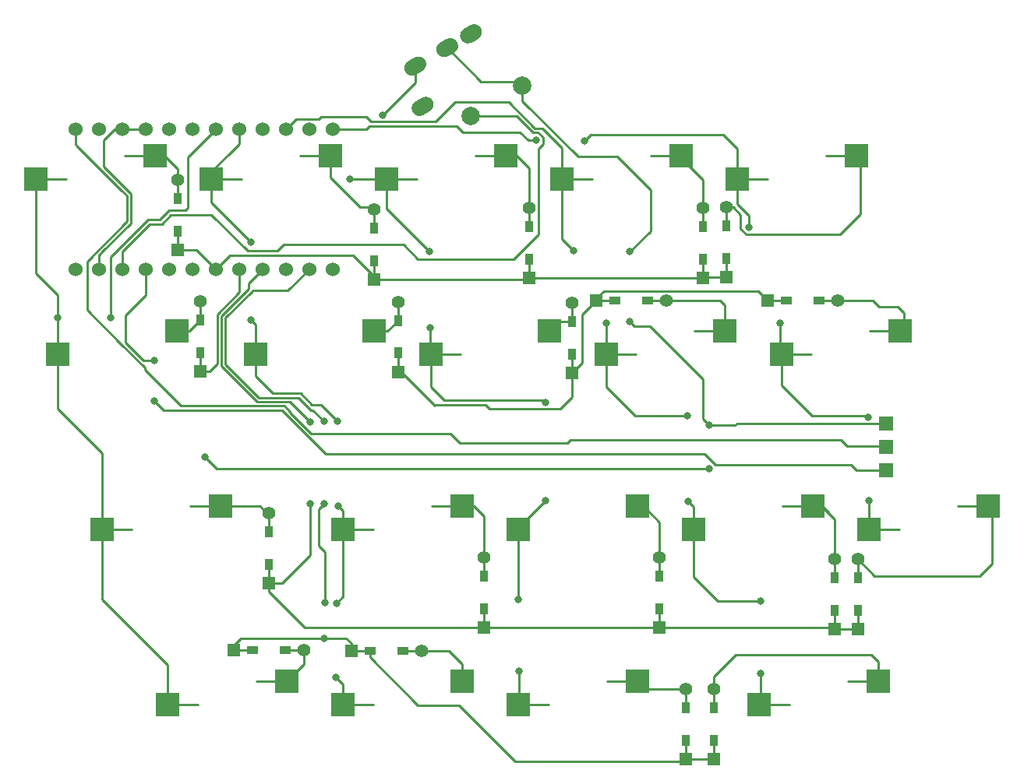
<source format=gbr>
G04 #@! TF.GenerationSoftware,KiCad,Pcbnew,(5.1.6-0-10_14)*
G04 #@! TF.CreationDate,2022-05-16T21:02:00+09:00*
G04 #@! TF.ProjectId,cool936,636f6f6c-3933-4362-9e6b-696361645f70,rev?*
G04 #@! TF.SameCoordinates,Original*
G04 #@! TF.FileFunction,Copper,L2,Bot*
G04 #@! TF.FilePolarity,Positive*
%FSLAX46Y46*%
G04 Gerber Fmt 4.6, Leading zero omitted, Abs format (unit mm)*
G04 Created by KiCad (PCBNEW (5.1.6-0-10_14)) date 2022-05-16 21:02:00*
%MOMM*%
%LPD*%
G01*
G04 APERTURE LIST*
G04 #@! TA.AperFunction,SMDPad,CuDef*
%ADD10R,2.550000X2.500000*%
G04 #@! TD*
G04 #@! TA.AperFunction,SMDPad,CuDef*
%ADD11R,1.524000X1.524000*%
G04 #@! TD*
G04 #@! TA.AperFunction,ComponentPad*
%ADD12C,1.397000*%
G04 #@! TD*
G04 #@! TA.AperFunction,ComponentPad*
%ADD13R,1.397000X1.397000*%
G04 #@! TD*
G04 #@! TA.AperFunction,SMDPad,CuDef*
%ADD14R,0.950000X1.300000*%
G04 #@! TD*
G04 #@! TA.AperFunction,SMDPad,CuDef*
%ADD15R,1.300000X0.950000*%
G04 #@! TD*
G04 #@! TA.AperFunction,ComponentPad*
%ADD16C,1.524000*%
G04 #@! TD*
G04 #@! TA.AperFunction,ComponentPad*
%ADD17C,2.000000*%
G04 #@! TD*
G04 #@! TA.AperFunction,ViaPad*
%ADD18C,0.800000*%
G04 #@! TD*
G04 #@! TA.AperFunction,Conductor*
%ADD19C,0.250000*%
G04 #@! TD*
G04 APERTURE END LIST*
D10*
X23871000Y-16510000D03*
X36798000Y-13970000D03*
X28634000Y-35560000D03*
X41561000Y-33020000D03*
X102452500Y-16510000D03*
X115379500Y-13970000D03*
X100071500Y-54610000D03*
X112998500Y-52070000D03*
X54827500Y-54610000D03*
X67754500Y-52070000D03*
X64352500Y-16510000D03*
X77279500Y-13970000D03*
X83402500Y-16510000D03*
X96329500Y-13970000D03*
X35777500Y-54610000D03*
X48704500Y-52070000D03*
X111977500Y-35560000D03*
X124904500Y-33020000D03*
X54827500Y-35560000D03*
X67754500Y-33020000D03*
X73877500Y-54610000D03*
X86804500Y-52070000D03*
X73877500Y-35560000D03*
X86804500Y-33020000D03*
X92927500Y-35560000D03*
X105854500Y-33020000D03*
X40540000Y2540000D03*
X53467000Y5080000D03*
X59590000Y2540000D03*
X72517000Y5080000D03*
X78640000Y2540000D03*
X91567000Y5080000D03*
X97690000Y2540000D03*
X110617000Y5080000D03*
X45302500Y-16510000D03*
X58229500Y-13970000D03*
D11*
X113790000Y-23990000D03*
X113790000Y-26530000D03*
X113790000Y-29070000D03*
D12*
X39350000Y-10710000D03*
D13*
X39350000Y-18330000D03*
D14*
X39350000Y-16295000D03*
X39350000Y-12745000D03*
D12*
X46790000Y-33730000D03*
D13*
X46790000Y-41350000D03*
D14*
X46790000Y-39315000D03*
X46790000Y-35765000D03*
D12*
X95100000Y-52870000D03*
D13*
X95100000Y-60490000D03*
D14*
X95100000Y-58455000D03*
X95100000Y-54905000D03*
D12*
X92090000Y-52870000D03*
D13*
X92090000Y-60490000D03*
D14*
X92090000Y-58455000D03*
X92090000Y-54905000D03*
D12*
X89230000Y-38610000D03*
D13*
X89230000Y-46230000D03*
D14*
X89230000Y-44195000D03*
X89230000Y-40645000D03*
D12*
X108220000Y-38760000D03*
D13*
X108220000Y-46380000D03*
D14*
X108220000Y-44345000D03*
X108220000Y-40795000D03*
X110750000Y-40825000D03*
X110750000Y-44375000D03*
D13*
X110750000Y-46410000D03*
D12*
X110750000Y-38790000D03*
X50590000Y-48660000D03*
D13*
X42970000Y-48660000D03*
D15*
X45005000Y-48660000D03*
X48555000Y-48660000D03*
D12*
X63340000Y-48730000D03*
D13*
X55720000Y-48730000D03*
D15*
X57755000Y-48730000D03*
X61305000Y-48730000D03*
D12*
X36880000Y2470000D03*
D13*
X36880000Y-5150000D03*
D14*
X36880000Y-3115000D03*
X36880000Y435000D03*
D16*
X25772000Y7991400D03*
X28312000Y7991400D03*
X30852000Y7991400D03*
X33392000Y7991400D03*
X35932000Y7991400D03*
X38472000Y7991400D03*
X41012000Y7991400D03*
X43552000Y7991400D03*
X46092000Y7991400D03*
X48632000Y7991400D03*
X51172000Y7991400D03*
X53712000Y7991400D03*
X53712000Y-7228600D03*
X51172000Y-7228600D03*
X48632000Y-7228600D03*
X46092000Y-7228600D03*
X43552000Y-7228600D03*
X41012000Y-7228600D03*
X38472000Y-7228600D03*
X35932000Y-7228600D03*
X33392000Y-7228600D03*
X30852000Y-7228600D03*
X28312000Y-7228600D03*
X25772000Y-7228600D03*
G04 #@! TA.AperFunction,ComponentPad*
G36*
G01*
X69513526Y17822531D02*
X68820706Y17422531D01*
G75*
G02*
X67659584Y17733653I-425000J736122D01*
G01*
X67659584Y17733653D01*
G75*
G02*
X67970706Y18894775I736122J425000D01*
G01*
X68663526Y19294775D01*
G75*
G02*
X69824648Y18983653I425000J-736122D01*
G01*
X69824648Y18983653D01*
G75*
G02*
X69513526Y17822531I-736122J-425000D01*
G01*
G37*
G04 #@! TD.AperFunction*
G04 #@! TA.AperFunction,ComponentPad*
G36*
G01*
X66915450Y16322531D02*
X66222630Y15922531D01*
G75*
G02*
X65061508Y16233653I-425000J736122D01*
G01*
X65061508Y16233653D01*
G75*
G02*
X65372630Y17394775I736122J425000D01*
G01*
X66065450Y17794775D01*
G75*
G02*
X67226572Y17483653I425000J-736122D01*
G01*
X67226572Y17483653D01*
G75*
G02*
X66915450Y16322531I-736122J-425000D01*
G01*
G37*
G04 #@! TD.AperFunction*
G04 #@! TA.AperFunction,ComponentPad*
G36*
G01*
X63451348Y14322531D02*
X62758528Y13922531D01*
G75*
G02*
X61597406Y14233653I-425000J736122D01*
G01*
X61597406Y14233653D01*
G75*
G02*
X61908528Y15394775I736122J425000D01*
G01*
X62601348Y15794775D01*
G75*
G02*
X63762470Y15483653I425000J-736122D01*
G01*
X63762470Y15483653D01*
G75*
G02*
X63451348Y14322531I-736122J-425000D01*
G01*
G37*
G04 #@! TD.AperFunction*
G04 #@! TA.AperFunction,ComponentPad*
G36*
G01*
X64252310Y9935225D02*
X63559490Y9535225D01*
G75*
G02*
X62398368Y9846347I-425000J736122D01*
G01*
X62398368Y9846347D01*
G75*
G02*
X62709490Y11007469I736122J425000D01*
G01*
X63402310Y11407469D01*
G75*
G02*
X64563432Y11096347I425000J-736122D01*
G01*
X64563432Y11096347D01*
G75*
G02*
X64252310Y9935225I-736122J-425000D01*
G01*
G37*
G04 #@! TD.AperFunction*
D10*
X21490000Y2540000D03*
X34417000Y5080000D03*
D12*
X79720000Y-10920000D03*
D13*
X79720000Y-18540000D03*
D14*
X79720000Y-16505000D03*
X79720000Y-12955000D03*
D12*
X60810000Y-10770000D03*
D13*
X60810000Y-18390000D03*
D14*
X60810000Y-16355000D03*
X60810000Y-12805000D03*
D17*
X74324583Y12685000D03*
X68695417Y9435000D03*
D12*
X93900000Y-590000D03*
D13*
X93900000Y-8210000D03*
D14*
X93900000Y-6175000D03*
X93900000Y-2625000D03*
D12*
X89960000Y-10620000D03*
D13*
X82340000Y-10620000D03*
D15*
X84375000Y-10620000D03*
X87925000Y-10620000D03*
X106515000Y-10620000D03*
X102965000Y-10620000D03*
D13*
X100930000Y-10620000D03*
D12*
X108550000Y-10620000D03*
X70160000Y-38570000D03*
D13*
X70160000Y-46190000D03*
D14*
X70160000Y-44155000D03*
X70160000Y-40605000D03*
D12*
X58200000Y-700000D03*
D13*
X58200000Y-8320000D03*
D14*
X58200000Y-6285000D03*
X58200000Y-2735000D03*
D12*
X75040000Y-560000D03*
D13*
X75040000Y-8180000D03*
D14*
X75040000Y-6145000D03*
X75040000Y-2595000D03*
D12*
X96480000Y-500000D03*
D13*
X96480000Y-8120000D03*
D14*
X96480000Y-6085000D03*
X96480000Y-2535000D03*
D18*
X51270000Y-32720000D03*
X51230000Y-23860000D03*
X52870000Y-43480000D03*
X52820000Y-47370000D03*
X52790000Y-23800000D03*
X52790000Y-32720000D03*
X39810000Y-27680000D03*
X94640000Y-28970000D03*
X94640000Y-24170000D03*
X85960000Y-12940000D03*
X85960000Y-5340000D03*
X34320000Y-17200000D03*
X34320000Y-21550000D03*
X59140000Y9550000D03*
X29600000Y-12530000D03*
X23871000Y-12529000D03*
X54130000Y-43540000D03*
X54220000Y-23800000D03*
X54270000Y-32970000D03*
X44790000Y-4250000D03*
X44840000Y-12780000D03*
X54070000Y-51600000D03*
X76800000Y-21700000D03*
X76870000Y-32410000D03*
X64290000Y-13600000D03*
X64220000Y-5290000D03*
X55590000Y2540000D03*
X73960000Y-50910000D03*
X73900000Y-43150000D03*
X100240000Y-51190000D03*
X83420000Y-13130000D03*
X100240000Y-43320000D03*
X92300000Y-32490000D03*
X92240000Y-23210000D03*
X79900000Y-5250000D03*
X81040000Y6730000D03*
X75850000Y6760000D03*
X111920000Y-23310000D03*
X102290000Y-13110000D03*
X98950000Y-2670000D03*
X111940000Y-32410000D03*
D19*
X36880000Y2470000D02*
X36880000Y435000D01*
X36880000Y3633000D02*
X36195000Y4318000D01*
X34417000Y5080000D02*
X31115000Y5080000D01*
X34417000Y5080000D02*
X35433000Y5080000D01*
X34417000Y4693000D02*
X34417000Y5080000D01*
X36880000Y2230000D02*
X36880000Y195000D01*
X35433000Y5080000D02*
X36195000Y4318000D01*
X36880000Y2470000D02*
X36880000Y3633000D01*
X56640000Y-450000D02*
X57950000Y-450000D01*
X58200000Y-700000D02*
X58200000Y-2735000D01*
X56640000Y-450000D02*
X53467000Y2723000D01*
X53467000Y2723000D02*
X53467000Y5080000D01*
X50165000Y5080000D02*
X53467000Y5080000D01*
X58200000Y-700000D02*
X58200000Y-510000D01*
X57950000Y-450000D02*
X58200000Y-700000D01*
X75040000Y3750000D02*
X75040000Y-560000D01*
X75040000Y-560000D02*
X75040000Y-2595000D01*
X72517000Y5080000D02*
X73710000Y5080000D01*
X73710000Y5080000D02*
X75040000Y3750000D01*
X69215000Y5080000D02*
X72517000Y5080000D01*
X91567000Y4843000D02*
X91567000Y5080000D01*
X91567000Y5080000D02*
X88265000Y5080000D01*
X93900000Y-2625000D02*
X93900000Y-590000D01*
X93900000Y2510000D02*
X91567000Y4843000D01*
X93900000Y-590000D02*
X93900000Y2510000D01*
X111055001Y-1274999D02*
X111055001Y4641999D01*
X108850000Y-3480000D02*
X111055001Y-1274999D01*
X111055001Y4641999D02*
X110617000Y5080000D01*
X97200000Y-500000D02*
X98040000Y-1340000D01*
X107315000Y5080000D02*
X110617000Y5080000D01*
X98040000Y-2833002D02*
X98686998Y-3480000D01*
X96480000Y-500000D02*
X96480000Y-2535000D01*
X96480000Y-500000D02*
X97200000Y-500000D01*
X98040000Y-1340000D02*
X98040000Y-2833002D01*
X98686998Y-3480000D02*
X108850000Y-3480000D01*
X60810000Y-10770000D02*
X60810000Y-12805000D01*
X59645000Y-13970000D02*
X60810000Y-12805000D01*
X58229500Y-13970000D02*
X59645000Y-13970000D01*
X79720000Y-10920000D02*
X79720000Y-12955000D01*
X79720000Y-12955000D02*
X78294500Y-12955000D01*
X78294500Y-12955000D02*
X77279500Y-13970000D01*
X87925000Y-10620000D02*
X89960000Y-10620000D01*
X95830000Y-10620000D02*
X96329500Y-11119500D01*
X96329500Y-11119500D02*
X96329500Y-13970000D01*
X93027500Y-13970000D02*
X96329500Y-13970000D01*
X89960000Y-10620000D02*
X95830000Y-10620000D01*
X112077500Y-13970000D02*
X115379500Y-13970000D01*
X115810000Y-12000000D02*
X115810000Y-13539500D01*
X112380000Y-10620000D02*
X113050000Y-11290000D01*
X108550000Y-10620000D02*
X112380000Y-10620000D01*
X115100000Y-11290000D02*
X115810000Y-12000000D01*
X115810000Y-13539500D02*
X115379500Y-13970000D01*
X106515000Y-10620000D02*
X108550000Y-10620000D01*
X113050000Y-11290000D02*
X115100000Y-11290000D01*
X67754500Y-33020000D02*
X69080000Y-33020000D01*
X64452500Y-33020000D02*
X67754500Y-33020000D01*
X69080000Y-33020000D02*
X70160000Y-34100000D01*
X70160000Y-34100000D02*
X70160000Y-38570000D01*
X70160000Y-38570000D02*
X70160000Y-40605000D01*
X89230000Y-40645000D02*
X89230000Y-38610000D01*
X87480000Y-33020000D02*
X86804500Y-33020000D01*
X89230000Y-34770000D02*
X87480000Y-33020000D01*
X89230000Y-38610000D02*
X89230000Y-34770000D01*
X105854500Y-33020000D02*
X106870500Y-33020000D01*
X106870500Y-33020000D02*
X107632500Y-33782000D01*
X108220000Y-40795000D02*
X108220000Y-38760000D01*
X105854500Y-33020000D02*
X106800000Y-33020000D01*
X108220000Y-34440000D02*
X108220000Y-38760000D01*
X106800000Y-33020000D02*
X108220000Y-34440000D01*
X102552500Y-33020000D02*
X105854500Y-33020000D01*
X125342501Y-33458001D02*
X124904500Y-33020000D01*
X123990000Y-40610000D02*
X125342501Y-39257499D01*
X110750000Y-38790000D02*
X110750000Y-40825000D01*
X110750000Y-38790000D02*
X112570000Y-40610000D01*
X125342501Y-39257499D02*
X125342501Y-33458001D01*
X112570000Y-40610000D02*
X123990000Y-40610000D01*
X121602500Y-33020000D02*
X124904500Y-33020000D01*
X45402500Y-52070000D02*
X48704500Y-52070000D01*
X48555000Y-48660000D02*
X50590000Y-48660000D01*
X50590000Y-48660000D02*
X50590000Y-50184500D01*
X50590000Y-50184500D02*
X48704500Y-52070000D01*
X63340000Y-48730000D02*
X66320000Y-48730000D01*
X67754500Y-52070000D02*
X67754500Y-50164500D01*
X67754500Y-50164500D02*
X66320000Y-48730000D01*
X61305000Y-48730000D02*
X63340000Y-48730000D01*
X83502500Y-52070000D02*
X86804500Y-52070000D01*
X87604500Y-52870000D02*
X86804500Y-52070000D01*
X92090000Y-54905000D02*
X92090000Y-52870000D01*
X92090000Y-52870000D02*
X87604500Y-52870000D01*
X39350000Y-10710000D02*
X39350000Y-12745000D01*
X36798000Y-13970000D02*
X38125000Y-13970000D01*
X38125000Y-13970000D02*
X39350000Y-12745000D01*
X36798000Y-13970000D02*
X37790000Y-13970000D01*
X45830000Y-33020000D02*
X46540000Y-33730000D01*
X41561000Y-33020000D02*
X45830000Y-33020000D01*
X38259000Y-33020000D02*
X41561000Y-33020000D01*
X46540000Y-33730000D02*
X46790000Y-33730000D01*
X46790000Y-33730000D02*
X46790000Y-35765000D01*
X95100000Y-51570000D02*
X97480000Y-49190000D01*
X109696500Y-52070000D02*
X112998500Y-52070000D01*
X95100000Y-52870000D02*
X95100000Y-51570000D01*
X97480000Y-49190000D02*
X112240000Y-49190000D01*
X112998500Y-49948500D02*
X112998500Y-52070000D01*
X112240000Y-49190000D02*
X112998500Y-49948500D01*
X95100000Y-54905000D02*
X95100000Y-52870000D01*
X75040000Y-8180000D02*
X93660000Y-8180000D01*
X93900000Y-8210000D02*
X93900000Y-6175000D01*
X43390000Y-5740000D02*
X55940000Y-5740000D01*
X93900000Y-8210000D02*
X93690000Y-8210000D01*
X74900000Y-8320000D02*
X75040000Y-8180000D01*
X55940000Y-5740000D02*
X58200000Y-8000000D01*
X58200000Y-8000000D02*
X58200000Y-8320000D01*
X42500600Y-5740000D02*
X43020000Y-5740000D01*
X41092000Y-7758600D02*
X41092000Y-6852000D01*
X58200000Y-8320000D02*
X74900000Y-8320000D01*
X41012000Y-7228600D02*
X42500600Y-5740000D01*
X41092000Y-6852000D02*
X41108000Y-6852000D01*
X75040000Y-6145000D02*
X75040000Y-8180000D01*
X36880000Y-3355000D02*
X36880000Y-5390000D01*
X93690000Y-8210000D02*
X93660000Y-8180000D01*
X96480000Y-8120000D02*
X96480000Y-6085000D01*
X58200000Y-6285000D02*
X58200000Y-8320000D01*
X96480000Y-8120000D02*
X93990000Y-8120000D01*
X93990000Y-8120000D02*
X93900000Y-8210000D01*
X39741700Y-5958300D02*
X41012000Y-7228600D01*
X38933400Y-5150000D02*
X39741700Y-5958300D01*
X36880000Y-5150000D02*
X38933400Y-5150000D01*
X42870600Y-5740000D02*
X43020000Y-5740000D01*
X43020000Y-5740000D02*
X43390000Y-5740000D01*
X39173400Y-5390000D02*
X39741700Y-5958300D01*
X39350000Y-18330000D02*
X40300000Y-18330000D01*
X40300000Y-18330000D02*
X41160000Y-17470000D01*
X79720000Y-18490000D02*
X80827499Y-17382501D01*
X79720000Y-18540000D02*
X79720000Y-18490000D01*
X80827499Y-12132501D02*
X80827499Y-17382501D01*
X60810000Y-16355000D02*
X60810000Y-18390000D01*
X64086795Y-21323205D02*
X64791795Y-22028205D01*
X70351795Y-22028205D02*
X70748591Y-22425001D01*
X79720000Y-21140000D02*
X79720000Y-18540000D01*
X64791795Y-22028205D02*
X70351795Y-22028205D01*
X78434999Y-22425001D02*
X79720000Y-21140000D01*
X70748591Y-22425001D02*
X78434999Y-22425001D01*
X39350000Y-16295000D02*
X39350000Y-18330000D01*
X41160000Y-17470000D02*
X41160000Y-12134190D01*
X79720000Y-16505000D02*
X79720000Y-18540000D01*
X64086795Y-21326795D02*
X64790000Y-22030000D01*
X64086795Y-21323205D02*
X64086795Y-21326795D01*
X61153590Y-18390000D02*
X64086795Y-21323205D01*
X60810000Y-18390000D02*
X61153590Y-18390000D01*
X82340000Y-10620000D02*
X82340000Y-10410000D01*
X43552000Y-9742190D02*
X41160000Y-12134190D01*
X82340000Y-10410000D02*
X83153501Y-9596499D01*
X99906499Y-9596499D02*
X100930000Y-10620000D01*
X82340000Y-10620000D02*
X84375000Y-10620000D01*
X41160000Y-12134190D02*
X41160000Y-12630000D01*
X43552000Y-7228600D02*
X43552000Y-9742190D01*
X82340000Y-10620000D02*
X80827499Y-12132501D01*
X100930000Y-10620000D02*
X102965000Y-10620000D01*
X83153501Y-9596499D02*
X99906499Y-9596499D01*
X41610010Y-12320590D02*
X42925300Y-11005300D01*
X51230000Y-23860000D02*
X50810000Y-23440000D01*
X41610010Y-17782830D02*
X41610010Y-12320590D01*
X50810000Y-23440000D02*
X50810000Y-23420000D01*
X50810000Y-23420000D02*
X49044271Y-21654271D01*
X49044271Y-21654271D02*
X45481451Y-21654271D01*
X45481451Y-21654271D02*
X41610010Y-17782830D01*
X89230000Y-46230000D02*
X108070000Y-46230000D01*
X46790000Y-41350000D02*
X46790000Y-42320000D01*
X50660000Y-46190000D02*
X70160000Y-46190000D01*
X44537000Y-9393600D02*
X42925300Y-11005300D01*
X46092000Y-7228600D02*
X44537000Y-8783600D01*
X46790000Y-42320000D02*
X50660000Y-46190000D01*
X70160000Y-44155000D02*
X70160000Y-46190000D01*
X48220000Y-41350000D02*
X51270000Y-38300000D01*
X108220000Y-46380000D02*
X108220000Y-44345000D01*
X110750000Y-44375000D02*
X110750000Y-46410000D01*
X89190000Y-46190000D02*
X89230000Y-46230000D01*
X70160000Y-46190000D02*
X89190000Y-46190000D01*
X44537000Y-8783600D02*
X44537000Y-9393600D01*
X51270000Y-38300000D02*
X51270000Y-32720000D01*
X46790000Y-41350000D02*
X48220000Y-41350000D01*
X89230000Y-44195000D02*
X89230000Y-46230000D01*
X43325300Y-10605300D02*
X42925300Y-11005300D01*
X108070000Y-46230000D02*
X108220000Y-46380000D01*
X108250000Y-46410000D02*
X108220000Y-46380000D01*
X110750000Y-46410000D02*
X108250000Y-46410000D01*
X46790000Y-39315000D02*
X46790000Y-41350000D01*
X51540000Y-22550000D02*
X51373590Y-22550000D01*
X51373590Y-22550000D02*
X50027851Y-21204261D01*
X44601795Y-20138205D02*
X42060020Y-17596430D01*
X45071795Y-20608205D02*
X44601795Y-20138205D01*
X51540000Y-22550000D02*
X52790000Y-23800000D01*
X45667851Y-21204261D02*
X44601795Y-20138205D01*
X50027851Y-21204261D02*
X45667851Y-21204261D01*
X55190000Y-47370000D02*
X55720000Y-47900000D01*
X91840000Y-60740000D02*
X92090000Y-60490000D01*
X52190000Y-37320000D02*
X52870000Y-38000000D01*
X57755000Y-49455000D02*
X62970000Y-54670000D01*
X52820000Y-47370000D02*
X55190000Y-47370000D01*
X52870000Y-38000000D02*
X52870000Y-43480000D01*
X44987010Y-9612990D02*
X42060020Y-12539980D01*
X46270000Y-9580000D02*
X44987010Y-9580000D01*
X46430000Y-9580000D02*
X46270000Y-9580000D01*
X92090000Y-58455000D02*
X92090000Y-60490000D01*
X55720000Y-47900000D02*
X55720000Y-48730000D01*
X52190000Y-33320000D02*
X52190000Y-37320000D01*
X44852491Y-20388901D02*
X45071795Y-20608205D01*
X42060020Y-12539980D02*
X42060020Y-17219980D01*
X55720000Y-48730000D02*
X57755000Y-48730000D01*
X43720000Y-47370000D02*
X52820000Y-47370000D01*
X67440000Y-54670000D02*
X73510000Y-60740000D01*
X42970000Y-48660000D02*
X42970000Y-48120000D01*
X44987010Y-9580000D02*
X44987010Y-9612990D01*
X73510000Y-60740000D02*
X91840000Y-60740000D01*
X92090000Y-60490000D02*
X95100000Y-60490000D01*
X62970000Y-54670000D02*
X67440000Y-54670000D01*
X57755000Y-48730000D02*
X57755000Y-49455000D01*
X45005000Y-48660000D02*
X42970000Y-48660000D01*
X48820600Y-9580000D02*
X46270000Y-9580000D01*
X42060020Y-17596430D02*
X42060020Y-17219980D01*
X52790000Y-32720000D02*
X52190000Y-33320000D01*
X51172000Y-7228600D02*
X48820600Y-9580000D01*
X42970000Y-48120000D02*
X43720000Y-47370000D01*
X95100000Y-60490000D02*
X95100000Y-58455000D01*
X46650600Y-9580000D02*
X46430000Y-9580000D01*
X97450000Y-24190000D02*
X94660000Y-24190000D01*
X94660000Y-24190000D02*
X94640000Y-24170000D01*
X93950749Y-19209251D02*
X93950749Y-23480749D01*
X88200749Y-13459251D02*
X93950749Y-19209251D01*
X93950749Y-23480749D02*
X94640000Y-24170000D01*
X28789999Y3959999D02*
X28789999Y6769999D01*
X31810000Y943998D02*
X28793999Y3959999D01*
X31810000Y-2220000D02*
X31810000Y943998D01*
X28690000Y-5340000D02*
X31810000Y-2220000D01*
X28793999Y3959999D02*
X28789999Y3959999D01*
X28789999Y6769999D02*
X30011400Y7991400D01*
X30011400Y7991400D02*
X30852000Y7991400D01*
X30852000Y7991400D02*
X33392000Y7991400D01*
X28392000Y-5638000D02*
X28690000Y-5340000D01*
X28312000Y-5718000D02*
X28690000Y-5340000D01*
X28312000Y-7228600D02*
X28312000Y-5718000D01*
X30295398Y7701400D02*
X30932000Y7701400D01*
X88230000Y-3070000D02*
X85960000Y-5340000D01*
X88230000Y1370000D02*
X88230000Y-3070000D01*
X69832693Y13170000D02*
X73839583Y13170000D01*
X80350000Y4990000D02*
X84610000Y4990000D01*
X66144040Y16858653D02*
X69832693Y13170000D01*
X86479251Y-13459251D02*
X85960000Y-12940000D01*
X88200749Y-13459251D02*
X86479251Y-13459251D01*
X84610000Y4990000D02*
X88230000Y1370000D01*
X73839583Y13170000D02*
X74324583Y12685000D01*
X74324583Y11015417D02*
X80350000Y4990000D01*
X74324583Y12685000D02*
X74324583Y11015417D01*
X97604999Y-24035001D02*
X97450000Y-24190000D01*
X113744999Y-24035001D02*
X97604999Y-24035001D01*
X113790000Y-23990000D02*
X113744999Y-24035001D01*
X67140000Y-28970000D02*
X94640000Y-28970000D01*
X41100000Y-28970000D02*
X67140000Y-28970000D01*
X39810000Y-27680000D02*
X41100000Y-28970000D01*
X34320000Y-17200000D02*
X33174384Y-17200000D01*
X33174384Y-17200000D02*
X32237192Y-16262808D01*
X32237192Y-16262808D02*
X31170999Y-15196615D01*
X31170999Y-15196615D02*
X31170999Y-12259001D01*
X62679938Y13089938D02*
X59140000Y9550000D01*
X33392000Y-10038000D02*
X32790000Y-10640000D01*
X31170999Y-12259001D02*
X32790000Y-10640000D01*
X33392000Y-7228600D02*
X33392000Y-10038000D01*
X62679938Y14858653D02*
X62679938Y13089938D01*
X94083002Y-27340000D02*
X95262992Y-28519990D01*
X110610000Y-29070000D02*
X113790000Y-29070000D01*
X65070000Y-27340000D02*
X94083002Y-27340000D01*
X65060000Y-27330000D02*
X65070000Y-27340000D01*
X52990588Y-27330000D02*
X65060000Y-27330000D01*
X110059990Y-28519990D02*
X110610000Y-29070000D01*
X48214879Y-22554291D02*
X52990588Y-27330000D01*
X95262992Y-28519990D02*
X110059990Y-28519990D01*
X35324291Y-22554291D02*
X48214879Y-22554291D01*
X34320000Y-21550000D02*
X35324291Y-22554291D01*
X109640000Y-26430000D02*
X109590000Y-26480000D01*
X25772000Y7991400D02*
X25772000Y6341588D01*
X25772000Y6341588D02*
X25986794Y6126794D01*
X25852000Y6261588D02*
X25986794Y6126794D01*
X113740000Y-26480000D02*
X113790000Y-26530000D01*
X109590000Y-26480000D02*
X113740000Y-26480000D01*
X108890000Y-25780000D02*
X109590000Y-26480000D01*
X100860000Y-25780000D02*
X100700000Y-25780000D01*
X100700000Y-25780000D02*
X108890000Y-25780000D01*
X67540000Y-26140000D02*
X79210000Y-26140000D01*
X66480000Y-25080000D02*
X67540000Y-26140000D01*
X51376998Y-25080000D02*
X66480000Y-25080000D01*
X49100000Y-22803002D02*
X51376998Y-25080000D01*
X49100000Y-22730000D02*
X49100000Y-22803002D01*
X48474281Y-22104281D02*
X49100000Y-22730000D01*
X37203279Y-22104281D02*
X48474281Y-22104281D01*
X33274901Y-18175903D02*
X37203279Y-22104281D01*
X79570000Y-25780000D02*
X100700000Y-25780000D01*
X79210000Y-26140000D02*
X79570000Y-25780000D01*
X30720990Y-15383016D02*
X33274901Y-17936927D01*
X27020000Y-11670002D02*
X30720990Y-15370992D01*
X33274901Y-17936927D02*
X33274901Y-18175903D01*
X30707588Y1410000D02*
X31359990Y757598D01*
X31359990Y-2033600D02*
X27020000Y-6373590D01*
X30720990Y-15370992D02*
X30720990Y-15383016D01*
X31359990Y757598D02*
X31359990Y-2033600D01*
X27020000Y-6373590D02*
X27020000Y-11670002D01*
X30703588Y1410000D02*
X30707588Y1410000D01*
X25986794Y6126794D02*
X30703588Y1410000D01*
X35777500Y-54610000D02*
X39052500Y-54610000D01*
X35960000Y-860000D02*
X37680000Y-860000D01*
X24765000Y2540000D02*
X21490000Y2540000D01*
X28634000Y-43114000D02*
X35777500Y-50257500D01*
X37964999Y4944399D02*
X37964999Y3915001D01*
X23871000Y-12529000D02*
X23871000Y-16510000D01*
X21490000Y-7690000D02*
X23871000Y-10071000D01*
X21490000Y2540000D02*
X21490000Y-7690000D01*
X37964999Y4574399D02*
X37964999Y3915001D01*
X28634000Y-35560000D02*
X28634000Y-43114000D01*
X37680000Y-860000D02*
X37964999Y-575001D01*
X23871000Y-10071000D02*
X23871000Y-12529000D01*
X37964999Y-575001D02*
X37964999Y3915001D01*
X41012000Y7991400D02*
X37964999Y4944399D01*
X35777500Y-50257500D02*
X35777500Y-54610000D01*
X23871000Y-16510000D02*
X23871000Y-22441000D01*
X31909000Y-35560000D02*
X28634000Y-35560000D01*
X23871000Y-22441000D02*
X28634000Y-27204000D01*
X28634000Y-27204000D02*
X28634000Y-35560000D01*
X29600000Y-12530000D02*
X29600000Y-5903590D01*
X29600000Y-5903590D02*
X33643599Y-1859991D01*
X33643599Y-1859991D02*
X34960009Y-1859991D01*
X34960009Y-1859991D02*
X35960000Y-860000D01*
X52410000Y-21990000D02*
X51450000Y-21990000D01*
X50214251Y-20754251D02*
X47235749Y-20754251D01*
X47235749Y-20754251D02*
X45302500Y-18821002D01*
X51450000Y-21990000D02*
X50214251Y-20754251D01*
X54220000Y-23800000D02*
X52410000Y-21990000D01*
X54827500Y-52357500D02*
X54827500Y-54610000D01*
X42505000Y5365000D02*
X40540000Y3400000D01*
X54827500Y-33527500D02*
X54827500Y-35560000D01*
X54827500Y-42842500D02*
X54130000Y-43540000D01*
X54827500Y-35560000D02*
X54827500Y-42842500D01*
X43552000Y7991400D02*
X43552000Y6412000D01*
X54070000Y-51600000D02*
X54827500Y-52357500D01*
X45302500Y-13242500D02*
X45302500Y-16510000D01*
X40540000Y0D02*
X40540000Y1110000D01*
X44790000Y-4250000D02*
X40540000Y0D01*
X43815000Y2540000D02*
X40540000Y2540000D01*
X45302500Y-16510000D02*
X45302500Y-18752500D01*
X45302500Y-18821002D02*
X45302500Y-18752500D01*
X58102500Y-35560000D02*
X54827500Y-35560000D01*
X40540000Y2540000D02*
X40540000Y1110000D01*
X54827500Y-54610000D02*
X58102500Y-54610000D01*
X44840000Y-12780000D02*
X45302500Y-13242500D01*
X43552000Y6412000D02*
X42505000Y5365000D01*
X40540000Y3400000D02*
X40540000Y2540000D01*
X54270000Y-32970000D02*
X54827500Y-33527500D01*
X64352500Y-20027500D02*
X65805000Y-21480000D01*
X64352500Y-16510000D02*
X64352500Y-20027500D01*
X76580000Y-21480000D02*
X76800000Y-21700000D01*
X65805000Y-21480000D02*
X76580000Y-21480000D01*
X64290000Y-13600000D02*
X64290000Y-16447500D01*
X73960000Y-50910000D02*
X73960000Y-54527500D01*
X59590000Y2540000D02*
X59590000Y-690000D01*
X73877500Y-35402500D02*
X73877500Y-35560000D01*
X59590000Y2540000D02*
X55590000Y2540000D01*
X64352500Y-16510000D02*
X67627500Y-16510000D01*
X76870000Y-32410000D02*
X73877500Y-35402500D01*
X59590000Y-690000D02*
X64190000Y-5290000D01*
X73877500Y-54610000D02*
X77152500Y-54610000D01*
X64190000Y-5290000D02*
X64220000Y-5290000D01*
X73877500Y-43127500D02*
X73900000Y-43150000D01*
X73960000Y-54527500D02*
X73877500Y-54610000D01*
X62865000Y2540000D02*
X59590000Y2540000D01*
X64290000Y-16447500D02*
X64352500Y-16510000D01*
X73877500Y-35560000D02*
X73877500Y-43127500D01*
X95520000Y-43320000D02*
X100240000Y-43320000D01*
X52232591Y9078401D02*
X52367095Y9212905D01*
X49719001Y9078401D02*
X52232591Y9078401D01*
X52367095Y9212905D02*
X52474190Y9320000D01*
X100240000Y-54441500D02*
X100071500Y-54610000D01*
X48632000Y7991400D02*
X49719001Y9078401D01*
X100240000Y-51190000D02*
X100240000Y-54441500D01*
X92927500Y-40727500D02*
X95520000Y-43320000D01*
X83402500Y-20052500D02*
X86560000Y-23210000D01*
X78640000Y-3990000D02*
X79900000Y-5250000D01*
X92927500Y-33117500D02*
X92927500Y-35560000D01*
X52474190Y9320000D02*
X57340000Y9320000D01*
X78640000Y2540000D02*
X78640000Y-3990000D01*
X64928999Y8798999D02*
X67040000Y10910000D01*
X92300000Y-32490000D02*
X92927500Y-33117500D01*
X78640000Y5960000D02*
X78640000Y2540000D01*
X81915000Y2540000D02*
X78640000Y2540000D01*
X76490001Y8109999D02*
X78640000Y5960000D01*
X83402500Y-16510000D02*
X83402500Y-20052500D01*
X92927500Y-35560000D02*
X92927500Y-40727500D01*
X67040000Y10910000D02*
X72840000Y10910000D01*
X72840000Y10910000D02*
X75640001Y8109999D01*
X57861001Y8798999D02*
X64928999Y8798999D01*
X57340000Y9320000D02*
X57861001Y8798999D01*
X83420000Y-16492500D02*
X83402500Y-16510000D01*
X83402500Y-16510000D02*
X86677500Y-16510000D01*
X75640001Y8109999D02*
X76490001Y8109999D01*
X83402500Y-16482500D02*
X83402500Y-16510000D01*
X86560000Y-23210000D02*
X92240000Y-23210000D01*
X83420000Y-13130000D02*
X83420000Y-16492500D01*
X100071500Y-54610000D02*
X103346500Y-54610000D01*
X74060011Y7659989D02*
X74960000Y6760000D01*
X111940000Y-35522500D02*
X111977500Y-35560000D01*
X115252500Y-35560000D02*
X111977500Y-35560000D01*
X102290000Y-13110000D02*
X102290000Y-16347500D01*
X97690000Y840000D02*
X97690000Y2540000D01*
X102452500Y-19832500D02*
X105790000Y-23170000D01*
X81715001Y7405001D02*
X93115001Y7405001D01*
X102452500Y-16510000D02*
X102452500Y-19832500D01*
X57674601Y8348989D02*
X67184016Y8348989D01*
X111940000Y-32410000D02*
X111940000Y-35522500D01*
X97690000Y2540000D02*
X97690000Y5890000D01*
X100965000Y2540000D02*
X97690000Y2540000D01*
X67873016Y7659989D02*
X74060011Y7659989D01*
X96174999Y7405001D02*
X93115001Y7405001D01*
X102290000Y-16347500D02*
X102452500Y-16510000D01*
X97690000Y-120000D02*
X97690000Y840000D01*
X102452500Y-16510000D02*
X105727500Y-16510000D01*
X57317012Y7991400D02*
X57674601Y8348989D01*
X67184016Y8348989D02*
X67873016Y7659989D01*
X97690000Y5890000D02*
X96174999Y7405001D01*
X74960000Y6760000D02*
X75850000Y6760000D01*
X93115001Y7405001D02*
X94684999Y7405001D01*
X53712000Y7991400D02*
X57317012Y7991400D01*
X81040000Y6730000D02*
X81715001Y7405001D01*
X111780000Y-23170000D02*
X111920000Y-23310000D01*
X105790000Y-23170000D02*
X111780000Y-23170000D01*
X98950000Y-1380000D02*
X97690000Y-120000D01*
X98950000Y-2670000D02*
X98950000Y-1380000D01*
X30932000Y-5208000D02*
X31450000Y-4690000D01*
X47710000Y-5230000D02*
X48370000Y-4570000D01*
X73678590Y9435000D02*
X68695417Y9435000D01*
X76575001Y7108001D02*
X76023013Y7659989D01*
X31450000Y-4690000D02*
X33830000Y-2310000D01*
X33830000Y-2310000D02*
X35146410Y-2310000D01*
X76063501Y-3411497D02*
X76063501Y-226499D01*
X61420000Y-4570000D02*
X62970000Y-6120000D01*
X30852000Y-7228600D02*
X30852000Y-5288000D01*
X76064999Y-225001D02*
X76064999Y5901997D01*
X76064999Y5901997D02*
X76575001Y6411999D01*
X76575001Y6411999D02*
X76575001Y7108001D01*
X44450000Y-5230000D02*
X47710000Y-5230000D01*
X48370000Y-4570000D02*
X61420000Y-4570000D01*
X75453600Y7659990D02*
X73678590Y9435000D01*
X73354998Y-6120000D02*
X76063501Y-3411497D01*
X40540000Y-1320000D02*
X44450000Y-5230000D01*
X35146410Y-2310000D02*
X36146400Y-1310010D01*
X30852000Y-5288000D02*
X31450000Y-4690000D01*
X76023013Y7659989D02*
X75453600Y7659990D01*
X76063501Y-226499D02*
X76064999Y-225001D01*
X62970000Y-6120000D02*
X73354998Y-6120000D01*
X38689990Y-1310010D02*
X38699980Y-1320000D01*
X36146400Y-1310010D02*
X38689990Y-1310010D01*
X38699980Y-1320000D02*
X40540000Y-1320000D01*
M02*

</source>
